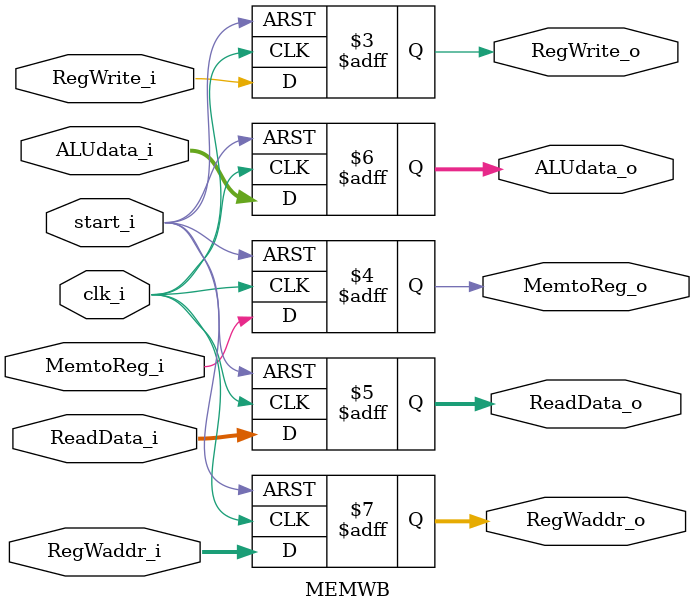
<source format=v>
module MEMWB
(
	clk_i,
	start_i,
	RegWrite_i,
	MemtoReg_i,
	ReadData_i,
	ALUdata_i,
    RegWaddr_i,
	RegWrite_o,
	MemtoReg_o,
	ReadData_o,
	ALUdata_o,
	RegWaddr_o
);

input clk_i, start_i;
input  RegWrite_i, MemtoReg_i;
input [31:0] ReadData_i, ALUdata_i;
input [4:0]  RegWaddr_i;
output  RegWrite_o, MemtoReg_o;
output [31:0] ReadData_o, ALUdata_o;
output [4:0] RegWaddr_o;
reg  RegWrite_o, MemtoReg_o;
reg [31:0] ReadData_o, ALUdata_o;
reg [4:0] RegWaddr_o;

always @ ( posedge clk_i or negedge start_i) begin
  if (~start_i) begin
    RegWrite_o <= 0;
    MemtoReg_o <= 0;
    ReadData_o <= 0;
    ALUdata_o <= 0;
    RegWaddr_o <= 0;
  end
  else begin
    RegWrite_o <= RegWrite_i;
    MemtoReg_o <= MemtoReg_i;
    ReadData_o <= ReadData_i;
    ALUdata_o <= ALUdata_i;
    RegWaddr_o <= RegWaddr_i;
  end
end
endmodule

</source>
